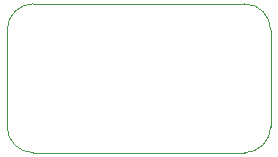
<source format=gm1>
G04 #@! TF.GenerationSoftware,KiCad,Pcbnew,7.0.7*
G04 #@! TF.CreationDate,2023-09-18T19:37:29-04:00*
G04 #@! TF.ProjectId,Nav Switch Mount,4e617620-5377-4697-9463-68204d6f756e,rev?*
G04 #@! TF.SameCoordinates,Original*
G04 #@! TF.FileFunction,Profile,NP*
%FSLAX46Y46*%
G04 Gerber Fmt 4.6, Leading zero omitted, Abs format (unit mm)*
G04 Created by KiCad (PCBNEW 7.0.7) date 2023-09-18 19:37:29*
%MOMM*%
%LPD*%
G01*
G04 APERTURE LIST*
G04 #@! TA.AperFunction,Profile*
%ADD10C,0.100000*%
G04 #@! TD*
G04 APERTURE END LIST*
D10*
X150100000Y-45700000D02*
X168000000Y-45700000D01*
X170200000Y-47900000D02*
X170200000Y-56100000D01*
X168000000Y-58300000D02*
G75*
G03*
X170200000Y-56100000I0J2200000D01*
G01*
X147900000Y-56100000D02*
G75*
G03*
X150100000Y-58300000I2200000J0D01*
G01*
X147900000Y-56100000D02*
X147900000Y-47900000D01*
X170200000Y-47900000D02*
G75*
G03*
X168000000Y-45700000I-2200000J0D01*
G01*
X168000000Y-58300000D02*
X150100000Y-58300000D01*
X150100000Y-45700000D02*
G75*
G03*
X147900000Y-47900000I0J-2200000D01*
G01*
M02*

</source>
